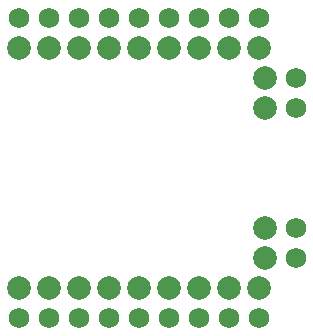
<source format=gbs>
G04*
G04 #@! TF.GenerationSoftware,Altium Limited,Altium Designer,22.1.2 (22)*
G04*
G04 Layer_Color=16711935*
%FSLAX44Y44*%
%MOMM*%
G71*
G04*
G04 #@! TF.SameCoordinates,9297B7E3-83E3-42CA-A819-2C289E2C524A*
G04*
G04*
G04 #@! TF.FilePolarity,Negative*
G04*
G01*
G75*
%ADD20C,1.7272*%
%ADD21C,2.0032*%
D20*
X168450Y253000D02*
D03*
X92250Y252998D02*
D03*
X117650D02*
D03*
X143050D02*
D03*
X250000Y176800D02*
D03*
Y49800D02*
D03*
Y75200D02*
D03*
Y202200D02*
D03*
X219250Y-1000D02*
D03*
X168450D02*
D03*
X143050D02*
D03*
X117650D02*
D03*
X193850D02*
D03*
X16050D02*
D03*
X41450D02*
D03*
X66850D02*
D03*
X92250D02*
D03*
X219250Y253000D02*
D03*
X193850D02*
D03*
X41450D02*
D03*
X66850D02*
D03*
X16050D02*
D03*
D21*
X168450Y227600D02*
D03*
X193850D02*
D03*
X219250D02*
D03*
X92250Y227598D02*
D03*
X117650D02*
D03*
X143050D02*
D03*
X224250Y176800D02*
D03*
Y202200D02*
D03*
X219250Y24400D02*
D03*
X193850D02*
D03*
X168450D02*
D03*
X143050D02*
D03*
X117650D02*
D03*
X92250D02*
D03*
X66850D02*
D03*
X41450D02*
D03*
X16050D02*
D03*
X224250Y49800D02*
D03*
Y75200D02*
D03*
X66850Y227600D02*
D03*
X41450D02*
D03*
X16050D02*
D03*
M02*

</source>
